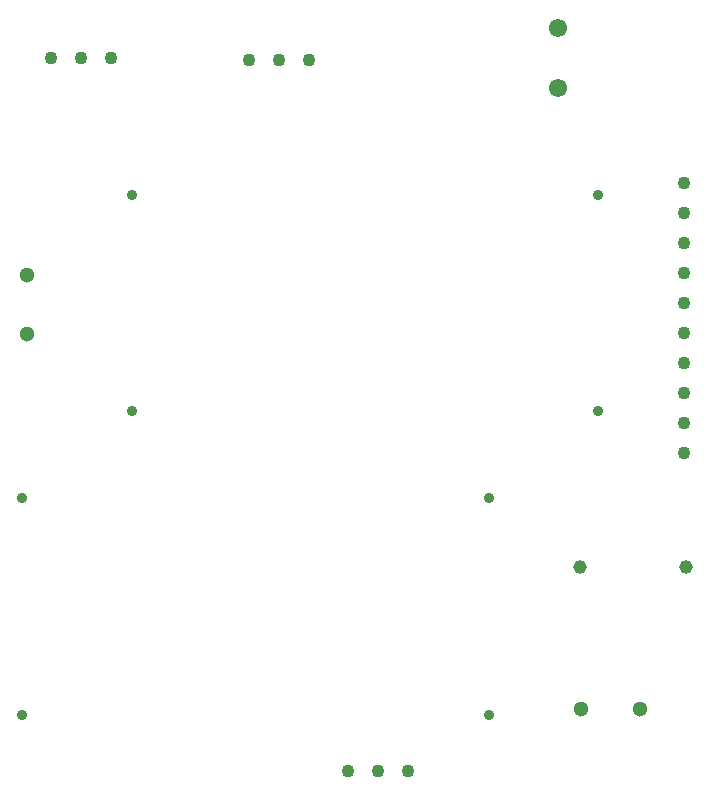
<source format=gbr>
%TF.GenerationSoftware,Altium Limited,Altium Designer,24.10.1 (45)*%
G04 Layer_Color=0*
%FSLAX45Y45*%
%MOMM*%
%TF.SameCoordinates,1B4FBE81-C601-4199-8564-D531C79600A2*%
%TF.FilePolarity,Positive*%
%TF.FileFunction,Plated,1,2,PTH,Drill*%
%TF.Part,Single*%
G01*
G75*
%TA.AperFunction,ComponentDrill*%
%ADD43C,1.10000*%
%ADD44C,0.89000*%
%ADD45C,1.30000*%
%ADD46C,1.30000*%
%ADD47C,1.10000*%
%ADD48C,1.55000*%
%ADD49C,1.15000*%
D43*
X6108700Y3530600D02*
D03*
Y3784600D02*
D03*
Y4292600D02*
D03*
Y4800600D02*
D03*
Y5308600D02*
D03*
Y5054600D02*
D03*
Y4546600D02*
D03*
Y4038600D02*
D03*
Y3276600D02*
D03*
Y3022600D02*
D03*
D44*
X4457700Y800100D02*
D03*
X505460Y2633980D02*
D03*
Y800100D02*
D03*
X1432560Y5207000D02*
D03*
Y3373120D02*
D03*
X4457700Y2633980D02*
D03*
X5384800Y3373120D02*
D03*
Y5207000D02*
D03*
D45*
X5236400Y850900D02*
D03*
X5736399D02*
D03*
D46*
X546100Y4029901D02*
D03*
Y4529899D02*
D03*
D47*
X3771900Y330200D02*
D03*
X3517900D02*
D03*
X3263900D02*
D03*
X2425700Y6350000D02*
D03*
X2679700D02*
D03*
X2933700D02*
D03*
X1257300Y6362700D02*
D03*
X1003300D02*
D03*
X749300D02*
D03*
D48*
X5041900Y6108700D02*
D03*
Y6616700D02*
D03*
D49*
X6126900Y2057400D02*
D03*
X5226900D02*
D03*
%TF.MD5,cf613bb5e021505bb9ecc50494fc5072*%
M02*

</source>
